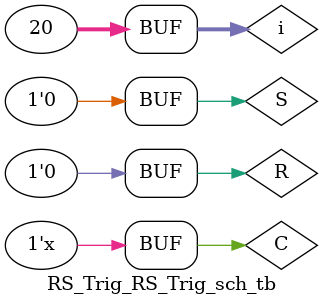
<source format=v>

`timescale 1ns / 1ps

module RS_Trig_RS_Trig_sch_tb();

// Inputs
   reg S;
   reg R;
   reg C;

// Output
   wire Q;
   wire Qn;

// Bidirs
// Instantiate the UUT
   RS_Trig UUT (
		.S(S), 
		.R(R), 
		.C(C), 
		.Q(Q), 
		.Qn(Qn)
   );
	
integer i=0;
// Initialize Inputs
   initial begin
		C = 0;
		S = 0;
		R = 0;
		#55;				//RS=10
		S <= 1;
		R <= 0;
		#80;				//RS=00
		S <= 0;
		R <= 0;
		#100;				//RS=01
		S <= 0;
		R <= 1;
		#100;				//RS=00
		S <= 0;
		R <= 0;

		#100;				//RS=10	
		S <= 1;
		R <= 0;
		#20;				//S=20nsÂö³å
		S <= 0;			//RS=00
		R <= 0;
		#5;				//¼ä¸ô5ns
		S <= 0;			//RS=00
		R <= 1;
		#20;				//R=20nsÂö³å
		S <= 0;
		R <= 0;
		#55;				//RS=10
		S <= 1;						
		R <= 0;
		#20;				//R=20nsÂö³å
		S <= 0;
		R <= 0;
		#120;				//RS=11
		S <= 1;
		R <= 1;
		#100;				//RS=00
		S <= 0;
		R <= 0;
	end

	always@ *	
		for(i=0; i<20;i=i+1)begin
		#50;
		C <= ~C;
	end		
		
endmodule

</source>
